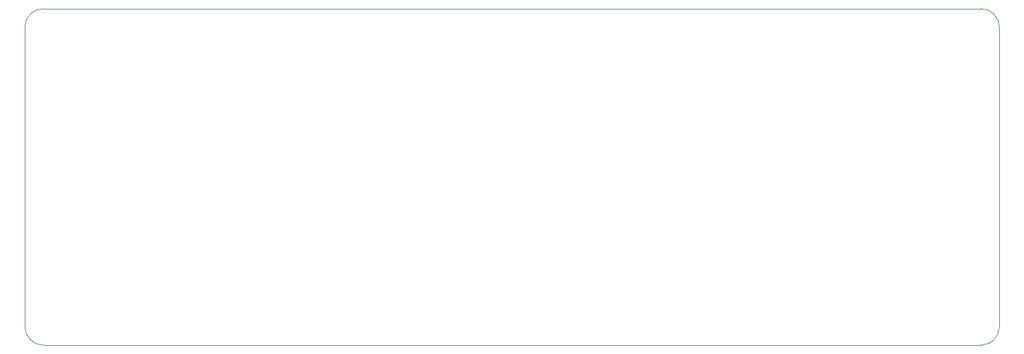
<source format=gbr>
%TF.GenerationSoftware,KiCad,Pcbnew,(6.0.2)*%
%TF.CreationDate,2023-05-21T11:07:31+01:00*%
%TF.ProjectId,Nixie Tube Interface Board,4e697869-6520-4547-9562-6520496e7465,rev?*%
%TF.SameCoordinates,Original*%
%TF.FileFunction,Profile,NP*%
%FSLAX46Y46*%
G04 Gerber Fmt 4.6, Leading zero omitted, Abs format (unit mm)*
G04 Created by KiCad (PCBNEW (6.0.2)) date 2023-05-21 11:07:31*
%MOMM*%
%LPD*%
G01*
G04 APERTURE LIST*
%TA.AperFunction,Profile*%
%ADD10C,0.100000*%
%TD*%
G04 APERTURE END LIST*
D10*
X83500000Y-70000000D02*
G75*
G03*
X81000000Y-72500000I0J-2500000D01*
G01*
X211000000Y-72500000D02*
X211000000Y-112500000D01*
X81000000Y-112500000D02*
X81000000Y-72500000D01*
X208500000Y-115000000D02*
G75*
G03*
X211000000Y-112500000I0J2500000D01*
G01*
X81000000Y-112500000D02*
G75*
G03*
X83500000Y-115000000I2500000J0D01*
G01*
X211000000Y-72500000D02*
G75*
G03*
X208500000Y-70000000I-2500000J0D01*
G01*
X208500000Y-115000000D02*
X83500000Y-115000000D01*
X83500000Y-70000000D02*
X208500000Y-70000000D01*
M02*

</source>
